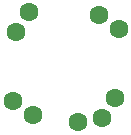
<source format=gbl>
%TF.GenerationSoftware,KiCad,Pcbnew,7.0.6-rc1-25-gf974c8259e*%
%TF.CreationDate,2023-06-21T18:20:27+02:00*%
%TF.ProjectId,RKJXM1015004_Straight,524b4a58-4d31-4303-9135-3030345f5374,rev?*%
%TF.SameCoordinates,Original*%
%TF.FileFunction,Copper,L2,Bot*%
%TF.FilePolarity,Positive*%
%FSLAX46Y46*%
G04 Gerber Fmt 4.6, Leading zero omitted, Abs format (unit mm)*
G04 Created by KiCad (PCBNEW 7.0.6-rc1-25-gf974c8259e) date 2023-06-21 18:20:27*
%MOMM*%
%LPD*%
G01*
G04 APERTURE LIST*
%TA.AperFunction,ComponentPad*%
%ADD10C,1.600000*%
%TD*%
G04 APERTURE END LIST*
D10*
X39989771Y-37343681D03*
X42040380Y-36990128D03*
X43454594Y-29424086D03*
X35888552Y-28009872D03*
X34474338Y-35575914D03*
X41757538Y-28292715D03*
X34757181Y-29706928D03*
X36171394Y-36707285D03*
X43171751Y-35293072D03*
M02*

</source>
